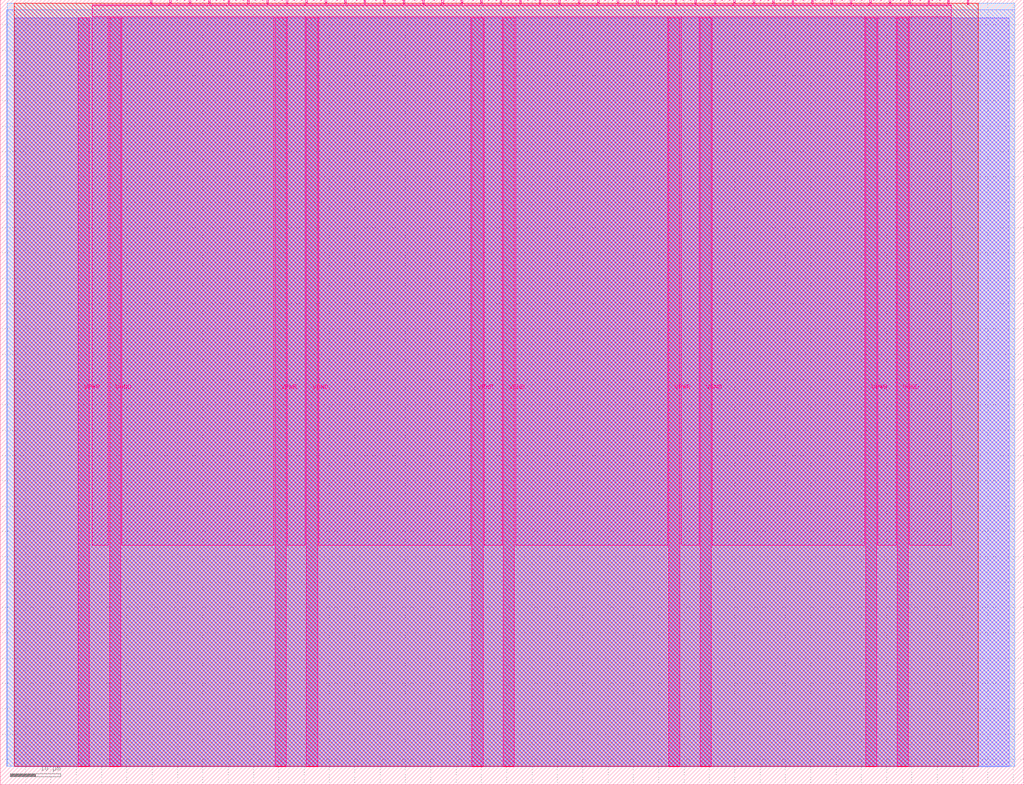
<source format=lef>
VERSION 5.7 ;
  NOWIREEXTENSIONATPIN ON ;
  DIVIDERCHAR "/" ;
  BUSBITCHARS "[]" ;
MACRO tt_um_tiny_shader_mole99
  CLASS BLOCK ;
  FOREIGN tt_um_tiny_shader_mole99 ;
  ORIGIN 0.000 0.000 ;
  SIZE 202.080 BY 154.980 ;
  PIN VGND
    DIRECTION INOUT ;
    USE GROUND ;
    PORT
      LAYER Metal5 ;
        RECT 21.580 3.560 23.780 151.420 ;
    END
    PORT
      LAYER Metal5 ;
        RECT 60.450 3.560 62.650 151.420 ;
    END
    PORT
      LAYER Metal5 ;
        RECT 99.320 3.560 101.520 151.420 ;
    END
    PORT
      LAYER Metal5 ;
        RECT 138.190 3.560 140.390 151.420 ;
    END
    PORT
      LAYER Metal5 ;
        RECT 177.060 3.560 179.260 151.420 ;
    END
  END VGND
  PIN VPWR
    DIRECTION INOUT ;
    USE POWER ;
    PORT
      LAYER Metal5 ;
        RECT 15.380 3.560 17.580 151.420 ;
    END
    PORT
      LAYER Metal5 ;
        RECT 54.250 3.560 56.450 151.420 ;
    END
    PORT
      LAYER Metal5 ;
        RECT 93.120 3.560 95.320 151.420 ;
    END
    PORT
      LAYER Metal5 ;
        RECT 131.990 3.560 134.190 151.420 ;
    END
    PORT
      LAYER Metal5 ;
        RECT 170.860 3.560 173.060 151.420 ;
    END
  END VPWR
  PIN clk
    DIRECTION INPUT ;
    USE SIGNAL ;
    ANTENNAGATEAREA 0.426400 ;
    PORT
      LAYER Metal5 ;
        RECT 187.050 153.980 187.350 154.980 ;
    END
  END clk
  PIN ena
    DIRECTION INPUT ;
    USE SIGNAL ;
    PORT
      LAYER Metal5 ;
        RECT 190.890 153.980 191.190 154.980 ;
    END
  END ena
  PIN rst_n
    DIRECTION INPUT ;
    USE SIGNAL ;
    ANTENNAGATEAREA 0.180700 ;
    PORT
      LAYER Metal5 ;
        RECT 183.210 153.980 183.510 154.980 ;
    END
  END rst_n
  PIN ui_in[0]
    DIRECTION INPUT ;
    USE SIGNAL ;
    ANTENNAGATEAREA 0.180700 ;
    PORT
      LAYER Metal5 ;
        RECT 179.370 153.980 179.670 154.980 ;
    END
  END ui_in[0]
  PIN ui_in[1]
    DIRECTION INPUT ;
    USE SIGNAL ;
    ANTENNAGATEAREA 0.213200 ;
    PORT
      LAYER Metal5 ;
        RECT 175.530 153.980 175.830 154.980 ;
    END
  END ui_in[1]
  PIN ui_in[2]
    DIRECTION INPUT ;
    USE SIGNAL ;
    ANTENNAGATEAREA 0.213200 ;
    PORT
      LAYER Metal5 ;
        RECT 171.690 153.980 171.990 154.980 ;
    END
  END ui_in[2]
  PIN ui_in[3]
    DIRECTION INPUT ;
    USE SIGNAL ;
    PORT
      LAYER Metal5 ;
        RECT 167.850 153.980 168.150 154.980 ;
    END
  END ui_in[3]
  PIN ui_in[4]
    DIRECTION INPUT ;
    USE SIGNAL ;
    PORT
      LAYER Metal5 ;
        RECT 164.010 153.980 164.310 154.980 ;
    END
  END ui_in[4]
  PIN ui_in[5]
    DIRECTION INPUT ;
    USE SIGNAL ;
    PORT
      LAYER Metal5 ;
        RECT 160.170 153.980 160.470 154.980 ;
    END
  END ui_in[5]
  PIN ui_in[6]
    DIRECTION INPUT ;
    USE SIGNAL ;
    PORT
      LAYER Metal5 ;
        RECT 156.330 153.980 156.630 154.980 ;
    END
  END ui_in[6]
  PIN ui_in[7]
    DIRECTION INPUT ;
    USE SIGNAL ;
    PORT
      LAYER Metal5 ;
        RECT 152.490 153.980 152.790 154.980 ;
    END
  END ui_in[7]
  PIN uio_in[0]
    DIRECTION INPUT ;
    USE SIGNAL ;
    ANTENNAGATEAREA 0.180700 ;
    PORT
      LAYER Metal5 ;
        RECT 148.650 153.980 148.950 154.980 ;
    END
  END uio_in[0]
  PIN uio_in[1]
    DIRECTION INPUT ;
    USE SIGNAL ;
    ANTENNAGATEAREA 0.180700 ;
    PORT
      LAYER Metal5 ;
        RECT 144.810 153.980 145.110 154.980 ;
    END
  END uio_in[1]
  PIN uio_in[2]
    DIRECTION INPUT ;
    USE SIGNAL ;
    PORT
      LAYER Metal5 ;
        RECT 140.970 153.980 141.270 154.980 ;
    END
  END uio_in[2]
  PIN uio_in[3]
    DIRECTION INPUT ;
    USE SIGNAL ;
    ANTENNAGATEAREA 0.180700 ;
    PORT
      LAYER Metal5 ;
        RECT 137.130 153.980 137.430 154.980 ;
    END
  END uio_in[3]
  PIN uio_in[4]
    DIRECTION INPUT ;
    USE SIGNAL ;
    PORT
      LAYER Metal5 ;
        RECT 133.290 153.980 133.590 154.980 ;
    END
  END uio_in[4]
  PIN uio_in[5]
    DIRECTION INPUT ;
    USE SIGNAL ;
    PORT
      LAYER Metal5 ;
        RECT 129.450 153.980 129.750 154.980 ;
    END
  END uio_in[5]
  PIN uio_in[6]
    DIRECTION INPUT ;
    USE SIGNAL ;
    PORT
      LAYER Metal5 ;
        RECT 125.610 153.980 125.910 154.980 ;
    END
  END uio_in[6]
  PIN uio_in[7]
    DIRECTION INPUT ;
    USE SIGNAL ;
    PORT
      LAYER Metal5 ;
        RECT 121.770 153.980 122.070 154.980 ;
    END
  END uio_in[7]
  PIN uio_oe[0]
    DIRECTION OUTPUT ;
    USE SIGNAL ;
    ANTENNADIFFAREA 0.299200 ;
    PORT
      LAYER Metal5 ;
        RECT 56.490 153.980 56.790 154.980 ;
    END
  END uio_oe[0]
  PIN uio_oe[1]
    DIRECTION OUTPUT ;
    USE SIGNAL ;
    ANTENNADIFFAREA 0.299200 ;
    PORT
      LAYER Metal5 ;
        RECT 52.650 153.980 52.950 154.980 ;
    END
  END uio_oe[1]
  PIN uio_oe[2]
    DIRECTION OUTPUT ;
    USE SIGNAL ;
    ANTENNADIFFAREA 0.392700 ;
    PORT
      LAYER Metal5 ;
        RECT 48.810 153.980 49.110 154.980 ;
    END
  END uio_oe[2]
  PIN uio_oe[3]
    DIRECTION OUTPUT ;
    USE SIGNAL ;
    ANTENNADIFFAREA 0.299200 ;
    PORT
      LAYER Metal5 ;
        RECT 44.970 153.980 45.270 154.980 ;
    END
  END uio_oe[3]
  PIN uio_oe[4]
    DIRECTION OUTPUT ;
    USE SIGNAL ;
    ANTENNADIFFAREA 0.392700 ;
    PORT
      LAYER Metal5 ;
        RECT 41.130 153.980 41.430 154.980 ;
    END
  END uio_oe[4]
  PIN uio_oe[5]
    DIRECTION OUTPUT ;
    USE SIGNAL ;
    ANTENNADIFFAREA 0.392700 ;
    PORT
      LAYER Metal5 ;
        RECT 37.290 153.980 37.590 154.980 ;
    END
  END uio_oe[5]
  PIN uio_oe[6]
    DIRECTION OUTPUT ;
    USE SIGNAL ;
    ANTENNADIFFAREA 0.392700 ;
    PORT
      LAYER Metal5 ;
        RECT 33.450 153.980 33.750 154.980 ;
    END
  END uio_oe[6]
  PIN uio_oe[7]
    DIRECTION OUTPUT ;
    USE SIGNAL ;
    ANTENNADIFFAREA 0.392700 ;
    PORT
      LAYER Metal5 ;
        RECT 29.610 153.980 29.910 154.980 ;
    END
  END uio_oe[7]
  PIN uio_out[0]
    DIRECTION OUTPUT ;
    USE SIGNAL ;
    ANTENNADIFFAREA 0.299200 ;
    PORT
      LAYER Metal5 ;
        RECT 87.210 153.980 87.510 154.980 ;
    END
  END uio_out[0]
  PIN uio_out[1]
    DIRECTION OUTPUT ;
    USE SIGNAL ;
    ANTENNADIFFAREA 0.299200 ;
    PORT
      LAYER Metal5 ;
        RECT 83.370 153.980 83.670 154.980 ;
    END
  END uio_out[1]
  PIN uio_out[2]
    DIRECTION OUTPUT ;
    USE SIGNAL ;
    ANTENNADIFFAREA 0.654800 ;
    PORT
      LAYER Metal5 ;
        RECT 79.530 153.980 79.830 154.980 ;
    END
  END uio_out[2]
  PIN uio_out[3]
    DIRECTION OUTPUT ;
    USE SIGNAL ;
    ANTENNADIFFAREA 0.299200 ;
    PORT
      LAYER Metal5 ;
        RECT 75.690 153.980 75.990 154.980 ;
    END
  END uio_out[3]
  PIN uio_out[4]
    DIRECTION OUTPUT ;
    USE SIGNAL ;
    ANTENNADIFFAREA 0.654800 ;
    PORT
      LAYER Metal5 ;
        RECT 71.850 153.980 72.150 154.980 ;
    END
  END uio_out[4]
  PIN uio_out[5]
    DIRECTION OUTPUT ;
    USE SIGNAL ;
    ANTENNADIFFAREA 0.654800 ;
    PORT
      LAYER Metal5 ;
        RECT 68.010 153.980 68.310 154.980 ;
    END
  END uio_out[5]
  PIN uio_out[6]
    DIRECTION OUTPUT ;
    USE SIGNAL ;
    ANTENNADIFFAREA 0.632400 ;
    PORT
      LAYER Metal5 ;
        RECT 64.170 153.980 64.470 154.980 ;
    END
  END uio_out[6]
  PIN uio_out[7]
    DIRECTION OUTPUT ;
    USE SIGNAL ;
    ANTENNADIFFAREA 0.651000 ;
    PORT
      LAYER Metal5 ;
        RECT 60.330 153.980 60.630 154.980 ;
    END
  END uio_out[7]
  PIN uo_out[0]
    DIRECTION OUTPUT ;
    USE SIGNAL ;
    ANTENNAGATEAREA 0.180700 ;
    ANTENNADIFFAREA 0.632400 ;
    PORT
      LAYER Metal5 ;
        RECT 117.930 153.980 118.230 154.980 ;
    END
  END uo_out[0]
  PIN uo_out[1]
    DIRECTION OUTPUT ;
    USE SIGNAL ;
    ANTENNAGATEAREA 0.109200 ;
    ANTENNADIFFAREA 0.632400 ;
    PORT
      LAYER Metal5 ;
        RECT 114.090 153.980 114.390 154.980 ;
    END
  END uo_out[1]
  PIN uo_out[2]
    DIRECTION OUTPUT ;
    USE SIGNAL ;
    ANTENNAGATEAREA 0.109200 ;
    ANTENNADIFFAREA 0.632400 ;
    PORT
      LAYER Metal5 ;
        RECT 110.250 153.980 110.550 154.980 ;
    END
  END uo_out[2]
  PIN uo_out[3]
    DIRECTION OUTPUT ;
    USE SIGNAL ;
    ANTENNADIFFAREA 0.654800 ;
    PORT
      LAYER Metal5 ;
        RECT 106.410 153.980 106.710 154.980 ;
    END
  END uo_out[3]
  PIN uo_out[4]
    DIRECTION OUTPUT ;
    USE SIGNAL ;
    ANTENNAGATEAREA 0.109200 ;
    ANTENNADIFFAREA 0.632400 ;
    PORT
      LAYER Metal5 ;
        RECT 102.570 153.980 102.870 154.980 ;
    END
  END uo_out[4]
  PIN uo_out[5]
    DIRECTION OUTPUT ;
    USE SIGNAL ;
    ANTENNAGATEAREA 0.109200 ;
    ANTENNADIFFAREA 0.632400 ;
    PORT
      LAYER Metal5 ;
        RECT 98.730 153.980 99.030 154.980 ;
    END
  END uo_out[5]
  PIN uo_out[6]
    DIRECTION OUTPUT ;
    USE SIGNAL ;
    ANTENNAGATEAREA 0.109200 ;
    ANTENNADIFFAREA 0.632400 ;
    PORT
      LAYER Metal5 ;
        RECT 94.890 153.980 95.190 154.980 ;
    END
  END uo_out[6]
  PIN uo_out[7]
    DIRECTION OUTPUT ;
    USE SIGNAL ;
    ANTENNADIFFAREA 0.654800 ;
    PORT
      LAYER Metal5 ;
        RECT 91.050 153.980 91.350 154.980 ;
    END
  END uo_out[7]
  OBS
      LAYER GatPoly ;
        RECT 2.880 3.630 199.200 151.350 ;
      LAYER Metal1 ;
        RECT 2.880 3.560 199.200 151.420 ;
      LAYER Metal2 ;
        RECT 1.295 3.680 200.305 152.980 ;
      LAYER Metal3 ;
        RECT 1.340 3.635 200.260 154.285 ;
      LAYER Metal4 ;
        RECT 2.735 3.680 193.105 154.240 ;
      LAYER Metal5 ;
        RECT 18.140 153.770 29.400 153.980 ;
        RECT 30.120 153.770 33.240 153.980 ;
        RECT 33.960 153.770 37.080 153.980 ;
        RECT 37.800 153.770 40.920 153.980 ;
        RECT 41.640 153.770 44.760 153.980 ;
        RECT 45.480 153.770 48.600 153.980 ;
        RECT 49.320 153.770 52.440 153.980 ;
        RECT 53.160 153.770 56.280 153.980 ;
        RECT 57.000 153.770 60.120 153.980 ;
        RECT 60.840 153.770 63.960 153.980 ;
        RECT 64.680 153.770 67.800 153.980 ;
        RECT 68.520 153.770 71.640 153.980 ;
        RECT 72.360 153.770 75.480 153.980 ;
        RECT 76.200 153.770 79.320 153.980 ;
        RECT 80.040 153.770 83.160 153.980 ;
        RECT 83.880 153.770 87.000 153.980 ;
        RECT 87.720 153.770 90.840 153.980 ;
        RECT 91.560 153.770 94.680 153.980 ;
        RECT 95.400 153.770 98.520 153.980 ;
        RECT 99.240 153.770 102.360 153.980 ;
        RECT 103.080 153.770 106.200 153.980 ;
        RECT 106.920 153.770 110.040 153.980 ;
        RECT 110.760 153.770 113.880 153.980 ;
        RECT 114.600 153.770 117.720 153.980 ;
        RECT 118.440 153.770 121.560 153.980 ;
        RECT 122.280 153.770 125.400 153.980 ;
        RECT 126.120 153.770 129.240 153.980 ;
        RECT 129.960 153.770 133.080 153.980 ;
        RECT 133.800 153.770 136.920 153.980 ;
        RECT 137.640 153.770 140.760 153.980 ;
        RECT 141.480 153.770 144.600 153.980 ;
        RECT 145.320 153.770 148.440 153.980 ;
        RECT 149.160 153.770 152.280 153.980 ;
        RECT 153.000 153.770 156.120 153.980 ;
        RECT 156.840 153.770 159.960 153.980 ;
        RECT 160.680 153.770 163.800 153.980 ;
        RECT 164.520 153.770 167.640 153.980 ;
        RECT 168.360 153.770 171.480 153.980 ;
        RECT 172.200 153.770 175.320 153.980 ;
        RECT 176.040 153.770 179.160 153.980 ;
        RECT 179.880 153.770 183.000 153.980 ;
        RECT 183.720 153.770 186.840 153.980 ;
        RECT 187.560 153.770 187.780 153.980 ;
        RECT 18.140 151.630 187.780 153.770 ;
        RECT 18.140 47.315 21.370 151.630 ;
        RECT 23.990 47.315 54.040 151.630 ;
        RECT 56.660 47.315 60.240 151.630 ;
        RECT 62.860 47.315 92.910 151.630 ;
        RECT 95.530 47.315 99.110 151.630 ;
        RECT 101.730 47.315 131.780 151.630 ;
        RECT 134.400 47.315 137.980 151.630 ;
        RECT 140.600 47.315 170.650 151.630 ;
        RECT 173.270 47.315 176.850 151.630 ;
        RECT 179.470 47.315 187.780 151.630 ;
  END
END tt_um_tiny_shader_mole99
END LIBRARY


</source>
